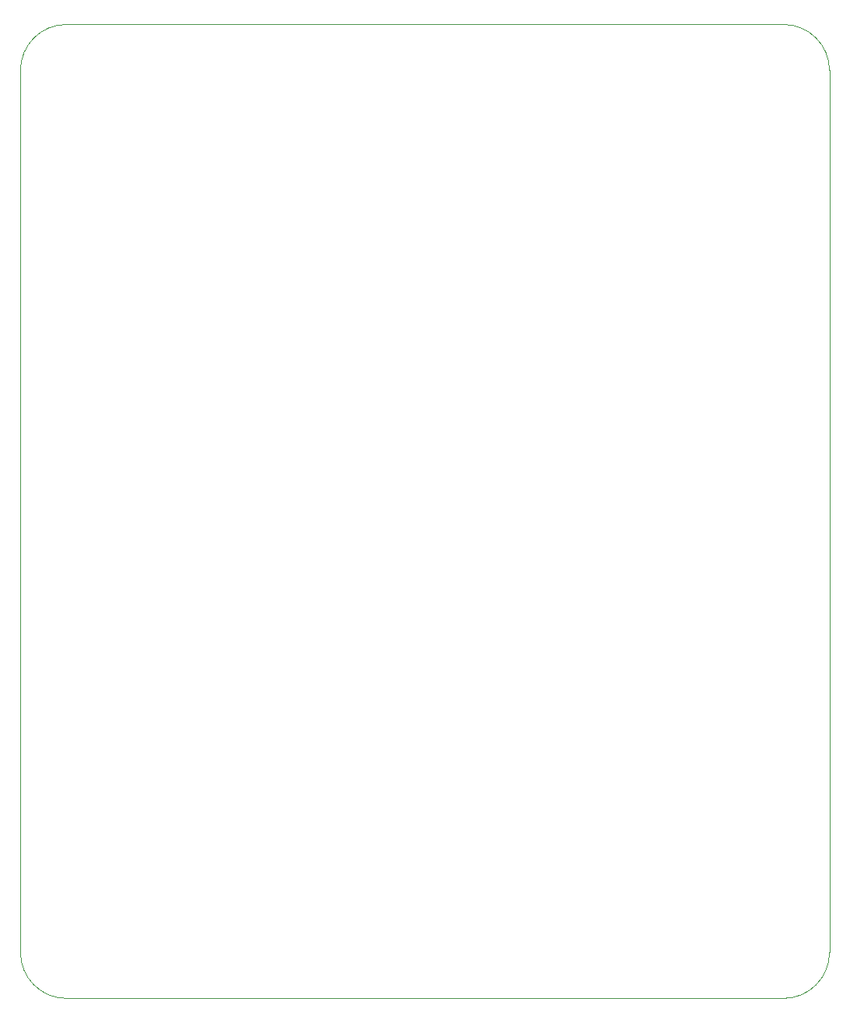
<source format=gm1>
G04 #@! TF.GenerationSoftware,KiCad,Pcbnew,(5.1.4)-1*
G04 #@! TF.CreationDate,2019-10-28T18:01:08-07:00*
G04 #@! TF.ProjectId,louwii-pad,6c6f7577-6969-42d7-9061-642e6b696361,rev?*
G04 #@! TF.SameCoordinates,Original*
G04 #@! TF.FileFunction,Profile,NP*
%FSLAX46Y46*%
G04 Gerber Fmt 4.6, Leading zero omitted, Abs format (unit mm)*
G04 Created by KiCad (PCBNEW (5.1.4)-1) date 2019-10-28 18:01:08*
%MOMM*%
%LPD*%
G04 APERTURE LIST*
%ADD10C,0.050000*%
G04 APERTURE END LIST*
D10*
X198000000Y-138800000D02*
G75*
G02X193000000Y-143800000I-5000000J0D01*
G01*
X115000000Y-143800000D02*
G75*
G02X110000000Y-138800000I0J5000000D01*
G01*
X110000000Y-42800000D02*
G75*
G02X115000000Y-37800000I5000000J0D01*
G01*
X193000000Y-37800000D02*
G75*
G02X198000000Y-42800000I0J-5000000D01*
G01*
X110000000Y-42800000D02*
X110000000Y-138800000D01*
X193000000Y-37800000D02*
X115000000Y-37800000D01*
X198000000Y-138800000D02*
X198000000Y-42800000D01*
X115000000Y-143800000D02*
X193000000Y-143800000D01*
M02*

</source>
